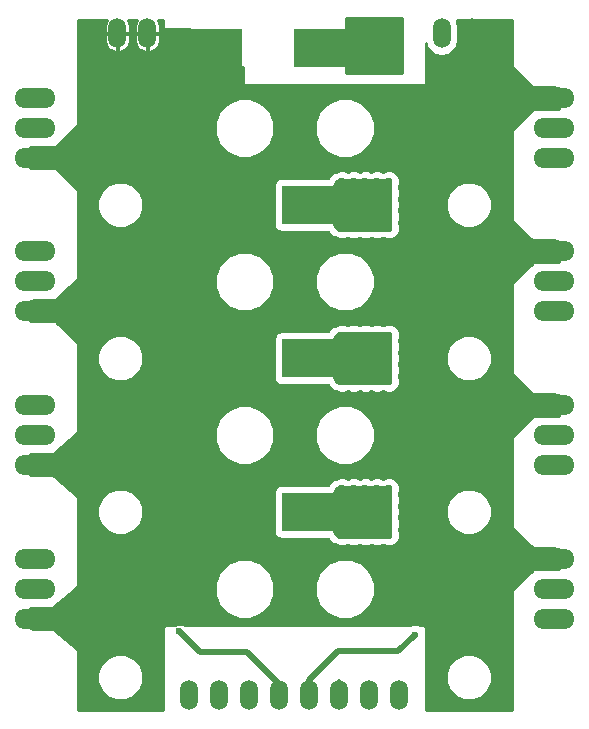
<source format=gbr>
G04 #@! TF.FileFunction,Copper,L2,Bot,Signal*
%FSLAX46Y46*%
G04 Gerber Fmt 4.6, Leading zero omitted, Abs format (unit mm)*
G04 Created by KiCad (PCBNEW 4.0.4-stable) date 01/02/18 12:20:26*
%MOMM*%
%LPD*%
G01*
G04 APERTURE LIST*
%ADD10C,0.100000*%
%ADD11O,3.500120X1.699260*%
%ADD12O,1.520000X2.520000*%
%ADD13R,4.500000X3.300000*%
%ADD14C,0.600000*%
%ADD15C,0.250000*%
%ADD16C,2.000000*%
%ADD17C,0.350000*%
%ADD18C,0.500000*%
%ADD19C,0.254000*%
G04 APERTURE END LIST*
D10*
D11*
X177000000Y-80000000D03*
X177000000Y-82540000D03*
X177000000Y-77460000D03*
X133000000Y-93000000D03*
X133000000Y-90460000D03*
X133000000Y-95540000D03*
X177000000Y-93000000D03*
X177000000Y-95540000D03*
X177000000Y-90460000D03*
X133000000Y-80000000D03*
X133000000Y-77460000D03*
X133000000Y-82540000D03*
D12*
X140000000Y-72000000D03*
X142540000Y-72000000D03*
X170000000Y-72000000D03*
X167460000Y-72000000D03*
D11*
X177000000Y-119000000D03*
X177000000Y-121540000D03*
X177000000Y-116460000D03*
X177000000Y-106000000D03*
X177000000Y-108540000D03*
X177000000Y-103460000D03*
X133000000Y-106000000D03*
X133000000Y-103460000D03*
X133000000Y-108540000D03*
X133000000Y-119000000D03*
X133000000Y-116460000D03*
X133000000Y-121540000D03*
D12*
X146100000Y-128000000D03*
X148640000Y-128000000D03*
X151180000Y-128000000D03*
X153720000Y-128000000D03*
X156260000Y-128000000D03*
X158800000Y-128000000D03*
X161340000Y-128000000D03*
X163880000Y-128000000D03*
D13*
X157150000Y-73250000D03*
X148350000Y-73250000D03*
X156150000Y-86500000D03*
X147350000Y-86500000D03*
X156150000Y-99500000D03*
X147350000Y-99500000D03*
X156150000Y-112500000D03*
X147350000Y-112500000D03*
D14*
X159000000Y-114500000D03*
X160000000Y-114500000D03*
X161000000Y-114500000D03*
X162000000Y-114500000D03*
X163000000Y-114500000D03*
X163000000Y-113500000D03*
X163000000Y-112500000D03*
X163000000Y-111500000D03*
X163000000Y-110500000D03*
X162000000Y-110500000D03*
X161000000Y-110500000D03*
X160000000Y-110500000D03*
X159000000Y-110500000D03*
X159000000Y-111500000D03*
X160000000Y-111500000D03*
X161000000Y-111500000D03*
X162000000Y-111500000D03*
X162000000Y-112500000D03*
X161000000Y-112500000D03*
X160000000Y-112500000D03*
X159000000Y-112500000D03*
X159000000Y-113500000D03*
X160000000Y-113500000D03*
X161000000Y-113500000D03*
X162000000Y-113500000D03*
X159000000Y-101500000D03*
X160000000Y-101500000D03*
X161000000Y-101500000D03*
X162000000Y-101500000D03*
X163000000Y-101500000D03*
X163000000Y-100500000D03*
X163000000Y-99500000D03*
X163000000Y-98500000D03*
X163000000Y-97500000D03*
X162000000Y-97500000D03*
X161000000Y-97500000D03*
X160000000Y-97500000D03*
X159000000Y-97500000D03*
X159000000Y-98500000D03*
X160000000Y-98500000D03*
X161000000Y-98500000D03*
X162000000Y-98500000D03*
X162000000Y-99500000D03*
X161000000Y-99500000D03*
X160000000Y-99500000D03*
X159000000Y-99500000D03*
X159000000Y-100500000D03*
X160000000Y-100500000D03*
X161000000Y-100500000D03*
X162000000Y-100500000D03*
X163000000Y-88500000D03*
X163000000Y-87500000D03*
X163000000Y-86500000D03*
X163000000Y-85500000D03*
X163000000Y-84500000D03*
X162000000Y-84500000D03*
X161000000Y-84500000D03*
X160000000Y-84500000D03*
X159000000Y-84500000D03*
X162000000Y-88500000D03*
X159000000Y-88500000D03*
X160000000Y-88500000D03*
X161000000Y-88500000D03*
X159000000Y-85500000D03*
X160000000Y-85500000D03*
X161000000Y-85500000D03*
X162000000Y-85500000D03*
X162000000Y-86500000D03*
X161000000Y-86500000D03*
X160000000Y-86500000D03*
X159000000Y-86500000D03*
X159000000Y-87500000D03*
X160000000Y-87500000D03*
X161000000Y-87500000D03*
X162000000Y-87500000D03*
X163750000Y-75000000D03*
X163750000Y-74000000D03*
X163750000Y-73000000D03*
X163750000Y-72000000D03*
X163750000Y-71000000D03*
X159750000Y-71000000D03*
X160750000Y-71000000D03*
X161750000Y-71000000D03*
X162750000Y-71000000D03*
X159750000Y-75000000D03*
X161750000Y-75000000D03*
X160750000Y-75000000D03*
X162750000Y-75000000D03*
X162750000Y-73000000D03*
X161750000Y-73000000D03*
X160750000Y-73000000D03*
X159750000Y-73000000D03*
X159750000Y-74000000D03*
X160750000Y-74000000D03*
X161750000Y-74000000D03*
X162750000Y-74000000D03*
X159750000Y-72000000D03*
X160750000Y-72000000D03*
X161750000Y-72000000D03*
X162750000Y-72000000D03*
X165200000Y-122900000D03*
X145200000Y-122600000D03*
D15*
X141000000Y-93000000D02*
X141900000Y-93000000D01*
X141000000Y-93000000D02*
X140100000Y-93000000D01*
X142000000Y-77500000D02*
X142900000Y-77500000D01*
X142000000Y-77500000D02*
X141100000Y-77500000D01*
X141000000Y-106100000D02*
X141900000Y-106100000D01*
X141000000Y-106100000D02*
X142000000Y-106100000D01*
X141000000Y-106100000D02*
X140100000Y-106100000D01*
X141000000Y-106100000D02*
X142000000Y-106100000D01*
X141000000Y-119100000D02*
X141900000Y-119100000D01*
X141000000Y-119100000D02*
X140100000Y-119100000D01*
X169000000Y-119100000D02*
X168100000Y-119100000D01*
X169000000Y-119100000D02*
X169900000Y-119100000D01*
X169000000Y-106100000D02*
X168100000Y-106100000D01*
X169000000Y-106100000D02*
X169900000Y-106100000D01*
X169000000Y-93100000D02*
X168100000Y-93100000D01*
X169000000Y-93100000D02*
X169900000Y-93100000D01*
X169000000Y-80000000D02*
X168100000Y-80000000D01*
X169000000Y-80000000D02*
X169900000Y-80000000D01*
D16*
X177000000Y-77460000D02*
X172290000Y-77460000D01*
X172290000Y-77460000D02*
X172250000Y-77500000D01*
X133000000Y-95540000D02*
X137460000Y-95540000D01*
X137460000Y-95540000D02*
X137500000Y-95500000D01*
X177000000Y-90460000D02*
X172540000Y-90460000D01*
X172540000Y-90460000D02*
X172500000Y-90500000D01*
X133000000Y-82540000D02*
X137710000Y-82540000D01*
X137710000Y-82540000D02*
X137750000Y-82500000D01*
D15*
X148350000Y-73250000D02*
X146000000Y-73250000D01*
X144750000Y-72000000D02*
X142540000Y-72000000D01*
X146000000Y-73250000D02*
X144750000Y-72000000D01*
D16*
X133000000Y-108540000D02*
X137210000Y-108540000D01*
X137210000Y-108540000D02*
X137250000Y-108500000D01*
X133000000Y-121540000D02*
X137960000Y-121540000D01*
X137960000Y-121540000D02*
X138000000Y-121500000D01*
X177000000Y-116460000D02*
X172290000Y-116460000D01*
X172290000Y-116460000D02*
X172250000Y-116500000D01*
X177000000Y-103460000D02*
X172460000Y-103460000D01*
X172460000Y-103460000D02*
X172250000Y-103250000D01*
D15*
X158500000Y-114500000D02*
X159000000Y-114500000D01*
X161000000Y-114500000D02*
X160000000Y-114500000D01*
X158500000Y-110500000D02*
X159000000Y-110500000D01*
X163000000Y-113500000D02*
X163000000Y-112500000D01*
X163000000Y-111500000D02*
X163000000Y-110500000D01*
X162000000Y-110500000D02*
X161000000Y-110500000D01*
X160000000Y-110500000D02*
X159000000Y-110500000D01*
X163000000Y-114500000D02*
X162000000Y-114500000D01*
X156150000Y-112500000D02*
X158000000Y-112500000D01*
X158000000Y-112500000D02*
X159000000Y-111500000D01*
X160000000Y-111500000D02*
X161000000Y-111500000D01*
X162000000Y-111500000D02*
X162000000Y-112500000D01*
X161000000Y-112500000D02*
X160000000Y-112500000D01*
X159000000Y-112500000D02*
X159000000Y-113500000D01*
X160000000Y-113500000D02*
X161000000Y-113500000D01*
X162000000Y-113500000D02*
X162000000Y-114500000D01*
X158500000Y-101500000D02*
X159000000Y-101500000D01*
X161000000Y-101500000D02*
X160000000Y-101500000D01*
X158500000Y-97500000D02*
X159000000Y-97500000D01*
X163000000Y-100500000D02*
X163000000Y-99500000D01*
X163000000Y-98500000D02*
X163000000Y-97500000D01*
X162000000Y-97500000D02*
X161000000Y-97500000D01*
X160000000Y-97500000D02*
X159000000Y-97500000D01*
X163000000Y-101500000D02*
X162000000Y-101500000D01*
X156150000Y-99500000D02*
X158000000Y-99500000D01*
X158000000Y-99500000D02*
X159000000Y-98500000D01*
X160000000Y-98500000D02*
X161000000Y-98500000D01*
X162000000Y-98500000D02*
X162000000Y-99500000D01*
X161000000Y-99500000D02*
X160000000Y-99500000D01*
X159000000Y-99500000D02*
X159000000Y-100500000D01*
X160000000Y-100500000D02*
X161000000Y-100500000D01*
X162000000Y-100500000D02*
X162000000Y-101500000D01*
X158500000Y-84500000D02*
X159000000Y-84500000D01*
X163000000Y-88500000D02*
X163000000Y-87500000D01*
X163000000Y-86500000D02*
X163000000Y-85500000D01*
X163000000Y-84500000D02*
X162000000Y-84500000D01*
X161000000Y-84500000D02*
X160000000Y-84500000D01*
X158500000Y-88500000D02*
X159000000Y-88500000D01*
X161000000Y-88500000D02*
X160000000Y-88500000D01*
X156150000Y-86250000D02*
X158250000Y-86250000D01*
X158250000Y-86250000D02*
X159000000Y-85500000D01*
X160000000Y-85500000D02*
X161000000Y-85500000D01*
X162000000Y-85500000D02*
X162000000Y-86500000D01*
X161000000Y-86500000D02*
X160000000Y-86500000D01*
X159000000Y-86500000D02*
X159000000Y-87500000D01*
X160000000Y-87500000D02*
X161000000Y-87500000D01*
X162000000Y-87500000D02*
X162000000Y-88500000D01*
D17*
X162750000Y-71000000D02*
X163750000Y-71000000D01*
X163750000Y-74000000D02*
X163750000Y-75000000D01*
X163750000Y-72000000D02*
X163750000Y-73000000D01*
X162750000Y-72000000D02*
X162750000Y-71000000D01*
X161750000Y-71000000D02*
X160750000Y-71000000D01*
D15*
X161750000Y-75000000D02*
X160750000Y-75000000D01*
X162750000Y-72000000D02*
X162750000Y-73000000D01*
X161750000Y-73000000D02*
X160750000Y-73000000D01*
X159750000Y-73000000D02*
X159750000Y-74000000D01*
X160750000Y-74000000D02*
X161750000Y-74000000D01*
X162750000Y-74000000D02*
X162750000Y-75000000D01*
X157150000Y-73500000D02*
X158250000Y-73500000D01*
X158250000Y-73500000D02*
X159750000Y-72000000D01*
X160750000Y-72000000D02*
X161750000Y-72000000D01*
D18*
X158800000Y-128000000D02*
X158800000Y-127200000D01*
X158800000Y-128000000D02*
X158800000Y-126950000D01*
X156260000Y-128000000D02*
X156260000Y-126740000D01*
X156260000Y-126740000D02*
X158700000Y-124300000D01*
X163800000Y-124300000D02*
X165200000Y-122900000D01*
X158700000Y-124300000D02*
X163800000Y-124300000D01*
X156260000Y-128000000D02*
X156260000Y-127490000D01*
X153720000Y-128000000D02*
X153720000Y-127120000D01*
X153720000Y-127120000D02*
X151000000Y-124400000D01*
X147000000Y-124400000D02*
X145200000Y-122600000D01*
X151000000Y-124400000D02*
X147000000Y-124400000D01*
X153720000Y-128000000D02*
X153720000Y-127220000D01*
X153720000Y-126970000D02*
X153720000Y-128000000D01*
X151180000Y-128000000D02*
X151180000Y-127430000D01*
D19*
G36*
X164123000Y-75373000D02*
X159377000Y-75373000D01*
X159377000Y-70710000D01*
X164123000Y-70710000D01*
X164123000Y-75373000D01*
X164123000Y-75373000D01*
G37*
X164123000Y-75373000D02*
X159377000Y-75373000D01*
X159377000Y-70710000D01*
X164123000Y-70710000D01*
X164123000Y-75373000D01*
G36*
X139002507Y-71059332D02*
X138909800Y-71474600D01*
X138909800Y-71974600D01*
X139974600Y-71974600D01*
X139974600Y-71954600D01*
X140025400Y-71954600D01*
X140025400Y-71974600D01*
X141090200Y-71974600D01*
X141090200Y-71474600D01*
X140997493Y-71059332D01*
X140869421Y-70877000D01*
X141670579Y-70877000D01*
X141542507Y-71059332D01*
X141449800Y-71474600D01*
X141449800Y-71974600D01*
X142514600Y-71974600D01*
X142514600Y-71954600D01*
X142565400Y-71954600D01*
X142565400Y-71974600D01*
X143630200Y-71974600D01*
X143630200Y-71474600D01*
X143537493Y-71059332D01*
X143409421Y-70877000D01*
X143873000Y-70877000D01*
X143873000Y-71500000D01*
X143883006Y-71549410D01*
X143911447Y-71591035D01*
X143953841Y-71618315D01*
X144000000Y-71627000D01*
X146123000Y-71627000D01*
X146123000Y-74750000D01*
X146133006Y-74799410D01*
X146161447Y-74841035D01*
X146203841Y-74868315D01*
X146250000Y-74877000D01*
X150623000Y-74877000D01*
X150623000Y-76250000D01*
X150633006Y-76299410D01*
X150661447Y-76341035D01*
X150703841Y-76368315D01*
X150750000Y-76377000D01*
X166000000Y-76377000D01*
X166049410Y-76366994D01*
X166091035Y-76338553D01*
X166118315Y-76296159D01*
X166127000Y-76250000D01*
X166127000Y-72848820D01*
X166171188Y-73070968D01*
X166473586Y-73523539D01*
X166926157Y-73825937D01*
X167460000Y-73932125D01*
X167993843Y-73825937D01*
X168446414Y-73523539D01*
X168748812Y-73070968D01*
X168855000Y-72537125D01*
X168855000Y-71462875D01*
X168748812Y-70929032D01*
X168714045Y-70877000D01*
X173373000Y-70877000D01*
X173373000Y-74750000D01*
X173383006Y-74799410D01*
X173410197Y-74839803D01*
X175160197Y-76589803D01*
X175202211Y-76617666D01*
X175250000Y-76627000D01*
X177373000Y-76627000D01*
X177373000Y-78373000D01*
X175250000Y-78373000D01*
X175200590Y-78383006D01*
X175160197Y-78410197D01*
X173410197Y-80160197D01*
X173382334Y-80202211D01*
X173373000Y-80250000D01*
X173373000Y-87750000D01*
X173383006Y-87799410D01*
X173410197Y-87839803D01*
X175160197Y-89589803D01*
X175202211Y-89617666D01*
X175250000Y-89627000D01*
X177373000Y-89627000D01*
X177373000Y-91373000D01*
X175250000Y-91373000D01*
X175200590Y-91383006D01*
X175160197Y-91410197D01*
X173410197Y-93160197D01*
X173382334Y-93202211D01*
X173373000Y-93250000D01*
X173373000Y-100750000D01*
X173383006Y-100799410D01*
X173410197Y-100839803D01*
X175160197Y-102589803D01*
X175202211Y-102617666D01*
X175250000Y-102627000D01*
X177373000Y-102627000D01*
X177373000Y-104373000D01*
X175250000Y-104373000D01*
X175200590Y-104383006D01*
X175160197Y-104410197D01*
X173410197Y-106160197D01*
X173382334Y-106202211D01*
X173373000Y-106250000D01*
X173373000Y-113750000D01*
X173383006Y-113799410D01*
X173410197Y-113839803D01*
X175160197Y-115589803D01*
X175202211Y-115617666D01*
X175250000Y-115627000D01*
X177373000Y-115627000D01*
X177373000Y-117373000D01*
X175250000Y-117373000D01*
X175200590Y-117383006D01*
X175160197Y-117410197D01*
X173410197Y-119160197D01*
X173382334Y-119202211D01*
X173373000Y-119250000D01*
X173373000Y-129290000D01*
X166127000Y-129290000D01*
X166127000Y-126883207D01*
X167814665Y-126883207D01*
X168108630Y-127594658D01*
X168652479Y-128139457D01*
X169363416Y-128434663D01*
X170133207Y-128435335D01*
X170844658Y-128141370D01*
X171389457Y-127597521D01*
X171684663Y-126886584D01*
X171685335Y-126116793D01*
X171391370Y-125405342D01*
X170847521Y-124860543D01*
X170136584Y-124565337D01*
X169366793Y-124564665D01*
X168655342Y-124858630D01*
X168110543Y-125402479D01*
X167815337Y-126113416D01*
X167814665Y-126883207D01*
X166127000Y-126883207D01*
X166127000Y-123105675D01*
X166134838Y-123086799D01*
X166135162Y-122714833D01*
X166127000Y-122695079D01*
X166127000Y-122250000D01*
X166116994Y-122200590D01*
X166088553Y-122158965D01*
X166046159Y-122131685D01*
X166000000Y-122123000D01*
X165745493Y-122123000D01*
X165730327Y-122107808D01*
X165386799Y-121965162D01*
X165014833Y-121964838D01*
X164671057Y-122106883D01*
X164654912Y-122123000D01*
X145845493Y-122123000D01*
X145830327Y-122107808D01*
X145486799Y-121965162D01*
X145114833Y-121964838D01*
X144771057Y-122106883D01*
X144754912Y-122123000D01*
X144000000Y-122123000D01*
X143950590Y-122133006D01*
X143908965Y-122161447D01*
X143881685Y-122203841D01*
X143873000Y-122250000D01*
X143873000Y-129290000D01*
X136627000Y-129290000D01*
X136627000Y-126883207D01*
X138314665Y-126883207D01*
X138608630Y-127594658D01*
X139152479Y-128139457D01*
X139863416Y-128434663D01*
X140633207Y-128435335D01*
X141344658Y-128141370D01*
X141889457Y-127597521D01*
X142184663Y-126886584D01*
X142185335Y-126116793D01*
X141891370Y-125405342D01*
X141347521Y-124860543D01*
X140636584Y-124565337D01*
X139866793Y-124564665D01*
X139155342Y-124858630D01*
X138610543Y-125402479D01*
X138315337Y-126113416D01*
X138314665Y-126883207D01*
X136627000Y-126883207D01*
X136627000Y-124250000D01*
X136616994Y-124200590D01*
X136583630Y-124154423D01*
X134583630Y-122404423D01*
X134539856Y-122379416D01*
X134500000Y-122373000D01*
X132627000Y-122373000D01*
X132627000Y-120627000D01*
X134500000Y-120627000D01*
X134549410Y-120616994D01*
X134583630Y-120595577D01*
X135833415Y-119502015D01*
X148228641Y-119502015D01*
X148613746Y-120434041D01*
X149326208Y-121147748D01*
X150257561Y-121534479D01*
X151266015Y-121535359D01*
X152198041Y-121150254D01*
X152911748Y-120437792D01*
X153298479Y-119506439D01*
X153298482Y-119502015D01*
X156700641Y-119502015D01*
X157085746Y-120434041D01*
X157798208Y-121147748D01*
X158729561Y-121534479D01*
X159738015Y-121535359D01*
X160670041Y-121150254D01*
X161383748Y-120437792D01*
X161770479Y-119506439D01*
X161771359Y-118497985D01*
X161386254Y-117565959D01*
X160673792Y-116852252D01*
X159742439Y-116465521D01*
X158733985Y-116464641D01*
X157801959Y-116849746D01*
X157088252Y-117562208D01*
X156701521Y-118493561D01*
X156700641Y-119502015D01*
X153298482Y-119502015D01*
X153299359Y-118497985D01*
X152914254Y-117565959D01*
X152201792Y-116852252D01*
X151270439Y-116465521D01*
X150261985Y-116464641D01*
X149329959Y-116849746D01*
X148616252Y-117562208D01*
X148229521Y-118493561D01*
X148228641Y-119502015D01*
X135833415Y-119502015D01*
X136583630Y-118845577D01*
X136614226Y-118805510D01*
X136627000Y-118750000D01*
X136627000Y-112883207D01*
X138314665Y-112883207D01*
X138608630Y-113594658D01*
X139152479Y-114139457D01*
X139863416Y-114434663D01*
X140633207Y-114435335D01*
X141344658Y-114141370D01*
X141889457Y-113597521D01*
X142184663Y-112886584D01*
X142185335Y-112116793D01*
X141891370Y-111405342D01*
X141347521Y-110860543D01*
X141322131Y-110850000D01*
X153252560Y-110850000D01*
X153252560Y-114150000D01*
X153296838Y-114385317D01*
X153435910Y-114601441D01*
X153648110Y-114746431D01*
X153900000Y-114797440D01*
X157802263Y-114797440D01*
X157962599Y-115037401D01*
X158209161Y-115202148D01*
X158422061Y-115244497D01*
X158469673Y-115292192D01*
X158813201Y-115434838D01*
X159185167Y-115435162D01*
X159500351Y-115304931D01*
X159813201Y-115434838D01*
X160185167Y-115435162D01*
X160500351Y-115304931D01*
X160813201Y-115434838D01*
X161185167Y-115435162D01*
X161500351Y-115304931D01*
X161813201Y-115434838D01*
X162185167Y-115435162D01*
X162500351Y-115304931D01*
X162813201Y-115434838D01*
X163185167Y-115435162D01*
X163528943Y-115293117D01*
X163792192Y-115030327D01*
X163934838Y-114686799D01*
X163935162Y-114314833D01*
X163804931Y-113999649D01*
X163934838Y-113686799D01*
X163935162Y-113314833D01*
X163804931Y-112999649D01*
X163853282Y-112883207D01*
X167814665Y-112883207D01*
X168108630Y-113594658D01*
X168652479Y-114139457D01*
X169363416Y-114434663D01*
X170133207Y-114435335D01*
X170844658Y-114141370D01*
X171389457Y-113597521D01*
X171684663Y-112886584D01*
X171685335Y-112116793D01*
X171391370Y-111405342D01*
X170847521Y-110860543D01*
X170136584Y-110565337D01*
X169366793Y-110564665D01*
X168655342Y-110858630D01*
X168110543Y-111402479D01*
X167815337Y-112113416D01*
X167814665Y-112883207D01*
X163853282Y-112883207D01*
X163934838Y-112686799D01*
X163935162Y-112314833D01*
X163804931Y-111999649D01*
X163934838Y-111686799D01*
X163935162Y-111314833D01*
X163804931Y-110999649D01*
X163934838Y-110686799D01*
X163935162Y-110314833D01*
X163793117Y-109971057D01*
X163530327Y-109707808D01*
X163186799Y-109565162D01*
X162814833Y-109564838D01*
X162499649Y-109695069D01*
X162186799Y-109565162D01*
X161814833Y-109564838D01*
X161499649Y-109695069D01*
X161186799Y-109565162D01*
X160814833Y-109564838D01*
X160499649Y-109695069D01*
X160186799Y-109565162D01*
X159814833Y-109564838D01*
X159499649Y-109695069D01*
X159186799Y-109565162D01*
X158814833Y-109564838D01*
X158471057Y-109706883D01*
X158422424Y-109755431D01*
X158209161Y-109797852D01*
X157962599Y-109962599D01*
X157802263Y-110202560D01*
X153900000Y-110202560D01*
X153664683Y-110246838D01*
X153448559Y-110385910D01*
X153303569Y-110598110D01*
X153252560Y-110850000D01*
X141322131Y-110850000D01*
X140636584Y-110565337D01*
X139866793Y-110564665D01*
X139155342Y-110858630D01*
X138610543Y-111402479D01*
X138315337Y-112113416D01*
X138314665Y-112883207D01*
X136627000Y-112883207D01*
X136627000Y-111250000D01*
X136616994Y-111200590D01*
X136583630Y-111154423D01*
X134583630Y-109404423D01*
X134539856Y-109379416D01*
X134500000Y-109373000D01*
X132627000Y-109373000D01*
X132627000Y-107627000D01*
X134500000Y-107627000D01*
X134549410Y-107616994D01*
X134583630Y-107595577D01*
X135833415Y-106502015D01*
X148228641Y-106502015D01*
X148613746Y-107434041D01*
X149326208Y-108147748D01*
X150257561Y-108534479D01*
X151266015Y-108535359D01*
X152198041Y-108150254D01*
X152911748Y-107437792D01*
X153298479Y-106506439D01*
X153298482Y-106502015D01*
X156700641Y-106502015D01*
X157085746Y-107434041D01*
X157798208Y-108147748D01*
X158729561Y-108534479D01*
X159738015Y-108535359D01*
X160670041Y-108150254D01*
X161383748Y-107437792D01*
X161770479Y-106506439D01*
X161771359Y-105497985D01*
X161386254Y-104565959D01*
X160673792Y-103852252D01*
X159742439Y-103465521D01*
X158733985Y-103464641D01*
X157801959Y-103849746D01*
X157088252Y-104562208D01*
X156701521Y-105493561D01*
X156700641Y-106502015D01*
X153298482Y-106502015D01*
X153299359Y-105497985D01*
X152914254Y-104565959D01*
X152201792Y-103852252D01*
X151270439Y-103465521D01*
X150261985Y-103464641D01*
X149329959Y-103849746D01*
X148616252Y-104562208D01*
X148229521Y-105493561D01*
X148228641Y-106502015D01*
X135833415Y-106502015D01*
X136583630Y-105845577D01*
X136614226Y-105805510D01*
X136627000Y-105750000D01*
X136627000Y-99883207D01*
X138314665Y-99883207D01*
X138608630Y-100594658D01*
X139152479Y-101139457D01*
X139863416Y-101434663D01*
X140633207Y-101435335D01*
X141344658Y-101141370D01*
X141889457Y-100597521D01*
X142184663Y-99886584D01*
X142185335Y-99116793D01*
X141891370Y-98405342D01*
X141347521Y-97860543D01*
X141322131Y-97850000D01*
X153252560Y-97850000D01*
X153252560Y-101150000D01*
X153296838Y-101385317D01*
X153435910Y-101601441D01*
X153648110Y-101746431D01*
X153900000Y-101797440D01*
X157802263Y-101797440D01*
X157962599Y-102037401D01*
X158209161Y-102202148D01*
X158422061Y-102244497D01*
X158469673Y-102292192D01*
X158813201Y-102434838D01*
X159185167Y-102435162D01*
X159500351Y-102304931D01*
X159813201Y-102434838D01*
X160185167Y-102435162D01*
X160500351Y-102304931D01*
X160813201Y-102434838D01*
X161185167Y-102435162D01*
X161500351Y-102304931D01*
X161813201Y-102434838D01*
X162185167Y-102435162D01*
X162500351Y-102304931D01*
X162813201Y-102434838D01*
X163185167Y-102435162D01*
X163528943Y-102293117D01*
X163792192Y-102030327D01*
X163934838Y-101686799D01*
X163935162Y-101314833D01*
X163804931Y-100999649D01*
X163934838Y-100686799D01*
X163935162Y-100314833D01*
X163804931Y-99999649D01*
X163853282Y-99883207D01*
X167814665Y-99883207D01*
X168108630Y-100594658D01*
X168652479Y-101139457D01*
X169363416Y-101434663D01*
X170133207Y-101435335D01*
X170844658Y-101141370D01*
X171389457Y-100597521D01*
X171684663Y-99886584D01*
X171685335Y-99116793D01*
X171391370Y-98405342D01*
X170847521Y-97860543D01*
X170136584Y-97565337D01*
X169366793Y-97564665D01*
X168655342Y-97858630D01*
X168110543Y-98402479D01*
X167815337Y-99113416D01*
X167814665Y-99883207D01*
X163853282Y-99883207D01*
X163934838Y-99686799D01*
X163935162Y-99314833D01*
X163804931Y-98999649D01*
X163934838Y-98686799D01*
X163935162Y-98314833D01*
X163804931Y-97999649D01*
X163934838Y-97686799D01*
X163935162Y-97314833D01*
X163793117Y-96971057D01*
X163530327Y-96707808D01*
X163186799Y-96565162D01*
X162814833Y-96564838D01*
X162499649Y-96695069D01*
X162186799Y-96565162D01*
X161814833Y-96564838D01*
X161499649Y-96695069D01*
X161186799Y-96565162D01*
X160814833Y-96564838D01*
X160499649Y-96695069D01*
X160186799Y-96565162D01*
X159814833Y-96564838D01*
X159499649Y-96695069D01*
X159186799Y-96565162D01*
X158814833Y-96564838D01*
X158471057Y-96706883D01*
X158422424Y-96755431D01*
X158209161Y-96797852D01*
X157962599Y-96962599D01*
X157802263Y-97202560D01*
X153900000Y-97202560D01*
X153664683Y-97246838D01*
X153448559Y-97385910D01*
X153303569Y-97598110D01*
X153252560Y-97850000D01*
X141322131Y-97850000D01*
X140636584Y-97565337D01*
X139866793Y-97564665D01*
X139155342Y-97858630D01*
X138610543Y-98402479D01*
X138315337Y-99113416D01*
X138314665Y-99883207D01*
X136627000Y-99883207D01*
X136627000Y-98250000D01*
X136616994Y-98200590D01*
X136589803Y-98160197D01*
X134839803Y-96410197D01*
X134797789Y-96382334D01*
X134750000Y-96373000D01*
X132627000Y-96373000D01*
X132627000Y-94627000D01*
X134750000Y-94627000D01*
X134799410Y-94616994D01*
X134839803Y-94589803D01*
X135927591Y-93502015D01*
X148228641Y-93502015D01*
X148613746Y-94434041D01*
X149326208Y-95147748D01*
X150257561Y-95534479D01*
X151266015Y-95535359D01*
X152198041Y-95150254D01*
X152911748Y-94437792D01*
X153298479Y-93506439D01*
X153298482Y-93502015D01*
X156700641Y-93502015D01*
X157085746Y-94434041D01*
X157798208Y-95147748D01*
X158729561Y-95534479D01*
X159738015Y-95535359D01*
X160670041Y-95150254D01*
X161383748Y-94437792D01*
X161770479Y-93506439D01*
X161771359Y-92497985D01*
X161386254Y-91565959D01*
X160673792Y-90852252D01*
X159742439Y-90465521D01*
X158733985Y-90464641D01*
X157801959Y-90849746D01*
X157088252Y-91562208D01*
X156701521Y-92493561D01*
X156700641Y-93502015D01*
X153298482Y-93502015D01*
X153299359Y-92497985D01*
X152914254Y-91565959D01*
X152201792Y-90852252D01*
X151270439Y-90465521D01*
X150261985Y-90464641D01*
X149329959Y-90849746D01*
X148616252Y-91562208D01*
X148229521Y-92493561D01*
X148228641Y-93502015D01*
X135927591Y-93502015D01*
X136589803Y-92839803D01*
X136617666Y-92797789D01*
X136627000Y-92750000D01*
X136627000Y-86883207D01*
X138314665Y-86883207D01*
X138608630Y-87594658D01*
X139152479Y-88139457D01*
X139863416Y-88434663D01*
X140633207Y-88435335D01*
X141344658Y-88141370D01*
X141889457Y-87597521D01*
X142184663Y-86886584D01*
X142185335Y-86116793D01*
X141891370Y-85405342D01*
X141347521Y-84860543D01*
X141322131Y-84850000D01*
X153252560Y-84850000D01*
X153252560Y-88150000D01*
X153296838Y-88385317D01*
X153435910Y-88601441D01*
X153648110Y-88746431D01*
X153900000Y-88797440D01*
X157802263Y-88797440D01*
X157962599Y-89037401D01*
X158209161Y-89202148D01*
X158422061Y-89244497D01*
X158469673Y-89292192D01*
X158813201Y-89434838D01*
X159185167Y-89435162D01*
X159500351Y-89304931D01*
X159813201Y-89434838D01*
X160185167Y-89435162D01*
X160500351Y-89304931D01*
X160813201Y-89434838D01*
X161185167Y-89435162D01*
X161500351Y-89304931D01*
X161813201Y-89434838D01*
X162185167Y-89435162D01*
X162500351Y-89304931D01*
X162813201Y-89434838D01*
X163185167Y-89435162D01*
X163528943Y-89293117D01*
X163792192Y-89030327D01*
X163934838Y-88686799D01*
X163935162Y-88314833D01*
X163804931Y-87999649D01*
X163934838Y-87686799D01*
X163935162Y-87314833D01*
X163804931Y-86999649D01*
X163853282Y-86883207D01*
X167814665Y-86883207D01*
X168108630Y-87594658D01*
X168652479Y-88139457D01*
X169363416Y-88434663D01*
X170133207Y-88435335D01*
X170844658Y-88141370D01*
X171389457Y-87597521D01*
X171684663Y-86886584D01*
X171685335Y-86116793D01*
X171391370Y-85405342D01*
X170847521Y-84860543D01*
X170136584Y-84565337D01*
X169366793Y-84564665D01*
X168655342Y-84858630D01*
X168110543Y-85402479D01*
X167815337Y-86113416D01*
X167814665Y-86883207D01*
X163853282Y-86883207D01*
X163934838Y-86686799D01*
X163935162Y-86314833D01*
X163804931Y-85999649D01*
X163934838Y-85686799D01*
X163935162Y-85314833D01*
X163804931Y-84999649D01*
X163934838Y-84686799D01*
X163935162Y-84314833D01*
X163793117Y-83971057D01*
X163530327Y-83707808D01*
X163186799Y-83565162D01*
X162814833Y-83564838D01*
X162499649Y-83695069D01*
X162186799Y-83565162D01*
X161814833Y-83564838D01*
X161499649Y-83695069D01*
X161186799Y-83565162D01*
X160814833Y-83564838D01*
X160499649Y-83695069D01*
X160186799Y-83565162D01*
X159814833Y-83564838D01*
X159499649Y-83695069D01*
X159186799Y-83565162D01*
X158814833Y-83564838D01*
X158471057Y-83706883D01*
X158422424Y-83755431D01*
X158209161Y-83797852D01*
X157962599Y-83962599D01*
X157802263Y-84202560D01*
X153900000Y-84202560D01*
X153664683Y-84246838D01*
X153448559Y-84385910D01*
X153303569Y-84598110D01*
X153252560Y-84850000D01*
X141322131Y-84850000D01*
X140636584Y-84565337D01*
X139866793Y-84564665D01*
X139155342Y-84858630D01*
X138610543Y-85402479D01*
X138315337Y-86113416D01*
X138314665Y-86883207D01*
X136627000Y-86883207D01*
X136627000Y-85250000D01*
X136616994Y-85200590D01*
X136589803Y-85160197D01*
X134839803Y-83410197D01*
X134797789Y-83382334D01*
X134750000Y-83373000D01*
X132627000Y-83373000D01*
X132627000Y-81627000D01*
X134750000Y-81627000D01*
X134799410Y-81616994D01*
X134839803Y-81589803D01*
X135927591Y-80502015D01*
X148228641Y-80502015D01*
X148613746Y-81434041D01*
X149326208Y-82147748D01*
X150257561Y-82534479D01*
X151266015Y-82535359D01*
X152198041Y-82150254D01*
X152911748Y-81437792D01*
X153298479Y-80506439D01*
X153298482Y-80502015D01*
X156700641Y-80502015D01*
X157085746Y-81434041D01*
X157798208Y-82147748D01*
X158729561Y-82534479D01*
X159738015Y-82535359D01*
X160670041Y-82150254D01*
X161383748Y-81437792D01*
X161770479Y-80506439D01*
X161771359Y-79497985D01*
X161386254Y-78565959D01*
X160673792Y-77852252D01*
X159742439Y-77465521D01*
X158733985Y-77464641D01*
X157801959Y-77849746D01*
X157088252Y-78562208D01*
X156701521Y-79493561D01*
X156700641Y-80502015D01*
X153298482Y-80502015D01*
X153299359Y-79497985D01*
X152914254Y-78565959D01*
X152201792Y-77852252D01*
X151270439Y-77465521D01*
X150261985Y-77464641D01*
X149329959Y-77849746D01*
X148616252Y-78562208D01*
X148229521Y-79493561D01*
X148228641Y-80502015D01*
X135927591Y-80502015D01*
X136589803Y-79839803D01*
X136617666Y-79797789D01*
X136627000Y-79750000D01*
X136627000Y-72025400D01*
X138909800Y-72025400D01*
X138909800Y-72525400D01*
X139002507Y-72940668D01*
X139247073Y-73288848D01*
X139606265Y-73516933D01*
X139804414Y-73572512D01*
X139974600Y-73507330D01*
X139974600Y-72025400D01*
X140025400Y-72025400D01*
X140025400Y-73507330D01*
X140195586Y-73572512D01*
X140393735Y-73516933D01*
X140752927Y-73288848D01*
X140997493Y-72940668D01*
X141090200Y-72525400D01*
X141090200Y-72025400D01*
X141449800Y-72025400D01*
X141449800Y-72525400D01*
X141542507Y-72940668D01*
X141787073Y-73288848D01*
X142146265Y-73516933D01*
X142344414Y-73572512D01*
X142514600Y-73507330D01*
X142514600Y-72025400D01*
X142565400Y-72025400D01*
X142565400Y-73507330D01*
X142735586Y-73572512D01*
X142933735Y-73516933D01*
X143292927Y-73288848D01*
X143537493Y-72940668D01*
X143630200Y-72525400D01*
X143630200Y-72025400D01*
X142565400Y-72025400D01*
X142514600Y-72025400D01*
X141449800Y-72025400D01*
X141090200Y-72025400D01*
X140025400Y-72025400D01*
X139974600Y-72025400D01*
X138909800Y-72025400D01*
X136627000Y-72025400D01*
X136627000Y-70877000D01*
X139130579Y-70877000D01*
X139002507Y-71059332D01*
X139002507Y-71059332D01*
G37*
X139002507Y-71059332D02*
X138909800Y-71474600D01*
X138909800Y-71974600D01*
X139974600Y-71974600D01*
X139974600Y-71954600D01*
X140025400Y-71954600D01*
X140025400Y-71974600D01*
X141090200Y-71974600D01*
X141090200Y-71474600D01*
X140997493Y-71059332D01*
X140869421Y-70877000D01*
X141670579Y-70877000D01*
X141542507Y-71059332D01*
X141449800Y-71474600D01*
X141449800Y-71974600D01*
X142514600Y-71974600D01*
X142514600Y-71954600D01*
X142565400Y-71954600D01*
X142565400Y-71974600D01*
X143630200Y-71974600D01*
X143630200Y-71474600D01*
X143537493Y-71059332D01*
X143409421Y-70877000D01*
X143873000Y-70877000D01*
X143873000Y-71500000D01*
X143883006Y-71549410D01*
X143911447Y-71591035D01*
X143953841Y-71618315D01*
X144000000Y-71627000D01*
X146123000Y-71627000D01*
X146123000Y-74750000D01*
X146133006Y-74799410D01*
X146161447Y-74841035D01*
X146203841Y-74868315D01*
X146250000Y-74877000D01*
X150623000Y-74877000D01*
X150623000Y-76250000D01*
X150633006Y-76299410D01*
X150661447Y-76341035D01*
X150703841Y-76368315D01*
X150750000Y-76377000D01*
X166000000Y-76377000D01*
X166049410Y-76366994D01*
X166091035Y-76338553D01*
X166118315Y-76296159D01*
X166127000Y-76250000D01*
X166127000Y-72848820D01*
X166171188Y-73070968D01*
X166473586Y-73523539D01*
X166926157Y-73825937D01*
X167460000Y-73932125D01*
X167993843Y-73825937D01*
X168446414Y-73523539D01*
X168748812Y-73070968D01*
X168855000Y-72537125D01*
X168855000Y-71462875D01*
X168748812Y-70929032D01*
X168714045Y-70877000D01*
X173373000Y-70877000D01*
X173373000Y-74750000D01*
X173383006Y-74799410D01*
X173410197Y-74839803D01*
X175160197Y-76589803D01*
X175202211Y-76617666D01*
X175250000Y-76627000D01*
X177373000Y-76627000D01*
X177373000Y-78373000D01*
X175250000Y-78373000D01*
X175200590Y-78383006D01*
X175160197Y-78410197D01*
X173410197Y-80160197D01*
X173382334Y-80202211D01*
X173373000Y-80250000D01*
X173373000Y-87750000D01*
X173383006Y-87799410D01*
X173410197Y-87839803D01*
X175160197Y-89589803D01*
X175202211Y-89617666D01*
X175250000Y-89627000D01*
X177373000Y-89627000D01*
X177373000Y-91373000D01*
X175250000Y-91373000D01*
X175200590Y-91383006D01*
X175160197Y-91410197D01*
X173410197Y-93160197D01*
X173382334Y-93202211D01*
X173373000Y-93250000D01*
X173373000Y-100750000D01*
X173383006Y-100799410D01*
X173410197Y-100839803D01*
X175160197Y-102589803D01*
X175202211Y-102617666D01*
X175250000Y-102627000D01*
X177373000Y-102627000D01*
X177373000Y-104373000D01*
X175250000Y-104373000D01*
X175200590Y-104383006D01*
X175160197Y-104410197D01*
X173410197Y-106160197D01*
X173382334Y-106202211D01*
X173373000Y-106250000D01*
X173373000Y-113750000D01*
X173383006Y-113799410D01*
X173410197Y-113839803D01*
X175160197Y-115589803D01*
X175202211Y-115617666D01*
X175250000Y-115627000D01*
X177373000Y-115627000D01*
X177373000Y-117373000D01*
X175250000Y-117373000D01*
X175200590Y-117383006D01*
X175160197Y-117410197D01*
X173410197Y-119160197D01*
X173382334Y-119202211D01*
X173373000Y-119250000D01*
X173373000Y-129290000D01*
X166127000Y-129290000D01*
X166127000Y-126883207D01*
X167814665Y-126883207D01*
X168108630Y-127594658D01*
X168652479Y-128139457D01*
X169363416Y-128434663D01*
X170133207Y-128435335D01*
X170844658Y-128141370D01*
X171389457Y-127597521D01*
X171684663Y-126886584D01*
X171685335Y-126116793D01*
X171391370Y-125405342D01*
X170847521Y-124860543D01*
X170136584Y-124565337D01*
X169366793Y-124564665D01*
X168655342Y-124858630D01*
X168110543Y-125402479D01*
X167815337Y-126113416D01*
X167814665Y-126883207D01*
X166127000Y-126883207D01*
X166127000Y-123105675D01*
X166134838Y-123086799D01*
X166135162Y-122714833D01*
X166127000Y-122695079D01*
X166127000Y-122250000D01*
X166116994Y-122200590D01*
X166088553Y-122158965D01*
X166046159Y-122131685D01*
X166000000Y-122123000D01*
X165745493Y-122123000D01*
X165730327Y-122107808D01*
X165386799Y-121965162D01*
X165014833Y-121964838D01*
X164671057Y-122106883D01*
X164654912Y-122123000D01*
X145845493Y-122123000D01*
X145830327Y-122107808D01*
X145486799Y-121965162D01*
X145114833Y-121964838D01*
X144771057Y-122106883D01*
X144754912Y-122123000D01*
X144000000Y-122123000D01*
X143950590Y-122133006D01*
X143908965Y-122161447D01*
X143881685Y-122203841D01*
X143873000Y-122250000D01*
X143873000Y-129290000D01*
X136627000Y-129290000D01*
X136627000Y-126883207D01*
X138314665Y-126883207D01*
X138608630Y-127594658D01*
X139152479Y-128139457D01*
X139863416Y-128434663D01*
X140633207Y-128435335D01*
X141344658Y-128141370D01*
X141889457Y-127597521D01*
X142184663Y-126886584D01*
X142185335Y-126116793D01*
X141891370Y-125405342D01*
X141347521Y-124860543D01*
X140636584Y-124565337D01*
X139866793Y-124564665D01*
X139155342Y-124858630D01*
X138610543Y-125402479D01*
X138315337Y-126113416D01*
X138314665Y-126883207D01*
X136627000Y-126883207D01*
X136627000Y-124250000D01*
X136616994Y-124200590D01*
X136583630Y-124154423D01*
X134583630Y-122404423D01*
X134539856Y-122379416D01*
X134500000Y-122373000D01*
X132627000Y-122373000D01*
X132627000Y-120627000D01*
X134500000Y-120627000D01*
X134549410Y-120616994D01*
X134583630Y-120595577D01*
X135833415Y-119502015D01*
X148228641Y-119502015D01*
X148613746Y-120434041D01*
X149326208Y-121147748D01*
X150257561Y-121534479D01*
X151266015Y-121535359D01*
X152198041Y-121150254D01*
X152911748Y-120437792D01*
X153298479Y-119506439D01*
X153298482Y-119502015D01*
X156700641Y-119502015D01*
X157085746Y-120434041D01*
X157798208Y-121147748D01*
X158729561Y-121534479D01*
X159738015Y-121535359D01*
X160670041Y-121150254D01*
X161383748Y-120437792D01*
X161770479Y-119506439D01*
X161771359Y-118497985D01*
X161386254Y-117565959D01*
X160673792Y-116852252D01*
X159742439Y-116465521D01*
X158733985Y-116464641D01*
X157801959Y-116849746D01*
X157088252Y-117562208D01*
X156701521Y-118493561D01*
X156700641Y-119502015D01*
X153298482Y-119502015D01*
X153299359Y-118497985D01*
X152914254Y-117565959D01*
X152201792Y-116852252D01*
X151270439Y-116465521D01*
X150261985Y-116464641D01*
X149329959Y-116849746D01*
X148616252Y-117562208D01*
X148229521Y-118493561D01*
X148228641Y-119502015D01*
X135833415Y-119502015D01*
X136583630Y-118845577D01*
X136614226Y-118805510D01*
X136627000Y-118750000D01*
X136627000Y-112883207D01*
X138314665Y-112883207D01*
X138608630Y-113594658D01*
X139152479Y-114139457D01*
X139863416Y-114434663D01*
X140633207Y-114435335D01*
X141344658Y-114141370D01*
X141889457Y-113597521D01*
X142184663Y-112886584D01*
X142185335Y-112116793D01*
X141891370Y-111405342D01*
X141347521Y-110860543D01*
X141322131Y-110850000D01*
X153252560Y-110850000D01*
X153252560Y-114150000D01*
X153296838Y-114385317D01*
X153435910Y-114601441D01*
X153648110Y-114746431D01*
X153900000Y-114797440D01*
X157802263Y-114797440D01*
X157962599Y-115037401D01*
X158209161Y-115202148D01*
X158422061Y-115244497D01*
X158469673Y-115292192D01*
X158813201Y-115434838D01*
X159185167Y-115435162D01*
X159500351Y-115304931D01*
X159813201Y-115434838D01*
X160185167Y-115435162D01*
X160500351Y-115304931D01*
X160813201Y-115434838D01*
X161185167Y-115435162D01*
X161500351Y-115304931D01*
X161813201Y-115434838D01*
X162185167Y-115435162D01*
X162500351Y-115304931D01*
X162813201Y-115434838D01*
X163185167Y-115435162D01*
X163528943Y-115293117D01*
X163792192Y-115030327D01*
X163934838Y-114686799D01*
X163935162Y-114314833D01*
X163804931Y-113999649D01*
X163934838Y-113686799D01*
X163935162Y-113314833D01*
X163804931Y-112999649D01*
X163853282Y-112883207D01*
X167814665Y-112883207D01*
X168108630Y-113594658D01*
X168652479Y-114139457D01*
X169363416Y-114434663D01*
X170133207Y-114435335D01*
X170844658Y-114141370D01*
X171389457Y-113597521D01*
X171684663Y-112886584D01*
X171685335Y-112116793D01*
X171391370Y-111405342D01*
X170847521Y-110860543D01*
X170136584Y-110565337D01*
X169366793Y-110564665D01*
X168655342Y-110858630D01*
X168110543Y-111402479D01*
X167815337Y-112113416D01*
X167814665Y-112883207D01*
X163853282Y-112883207D01*
X163934838Y-112686799D01*
X163935162Y-112314833D01*
X163804931Y-111999649D01*
X163934838Y-111686799D01*
X163935162Y-111314833D01*
X163804931Y-110999649D01*
X163934838Y-110686799D01*
X163935162Y-110314833D01*
X163793117Y-109971057D01*
X163530327Y-109707808D01*
X163186799Y-109565162D01*
X162814833Y-109564838D01*
X162499649Y-109695069D01*
X162186799Y-109565162D01*
X161814833Y-109564838D01*
X161499649Y-109695069D01*
X161186799Y-109565162D01*
X160814833Y-109564838D01*
X160499649Y-109695069D01*
X160186799Y-109565162D01*
X159814833Y-109564838D01*
X159499649Y-109695069D01*
X159186799Y-109565162D01*
X158814833Y-109564838D01*
X158471057Y-109706883D01*
X158422424Y-109755431D01*
X158209161Y-109797852D01*
X157962599Y-109962599D01*
X157802263Y-110202560D01*
X153900000Y-110202560D01*
X153664683Y-110246838D01*
X153448559Y-110385910D01*
X153303569Y-110598110D01*
X153252560Y-110850000D01*
X141322131Y-110850000D01*
X140636584Y-110565337D01*
X139866793Y-110564665D01*
X139155342Y-110858630D01*
X138610543Y-111402479D01*
X138315337Y-112113416D01*
X138314665Y-112883207D01*
X136627000Y-112883207D01*
X136627000Y-111250000D01*
X136616994Y-111200590D01*
X136583630Y-111154423D01*
X134583630Y-109404423D01*
X134539856Y-109379416D01*
X134500000Y-109373000D01*
X132627000Y-109373000D01*
X132627000Y-107627000D01*
X134500000Y-107627000D01*
X134549410Y-107616994D01*
X134583630Y-107595577D01*
X135833415Y-106502015D01*
X148228641Y-106502015D01*
X148613746Y-107434041D01*
X149326208Y-108147748D01*
X150257561Y-108534479D01*
X151266015Y-108535359D01*
X152198041Y-108150254D01*
X152911748Y-107437792D01*
X153298479Y-106506439D01*
X153298482Y-106502015D01*
X156700641Y-106502015D01*
X157085746Y-107434041D01*
X157798208Y-108147748D01*
X158729561Y-108534479D01*
X159738015Y-108535359D01*
X160670041Y-108150254D01*
X161383748Y-107437792D01*
X161770479Y-106506439D01*
X161771359Y-105497985D01*
X161386254Y-104565959D01*
X160673792Y-103852252D01*
X159742439Y-103465521D01*
X158733985Y-103464641D01*
X157801959Y-103849746D01*
X157088252Y-104562208D01*
X156701521Y-105493561D01*
X156700641Y-106502015D01*
X153298482Y-106502015D01*
X153299359Y-105497985D01*
X152914254Y-104565959D01*
X152201792Y-103852252D01*
X151270439Y-103465521D01*
X150261985Y-103464641D01*
X149329959Y-103849746D01*
X148616252Y-104562208D01*
X148229521Y-105493561D01*
X148228641Y-106502015D01*
X135833415Y-106502015D01*
X136583630Y-105845577D01*
X136614226Y-105805510D01*
X136627000Y-105750000D01*
X136627000Y-99883207D01*
X138314665Y-99883207D01*
X138608630Y-100594658D01*
X139152479Y-101139457D01*
X139863416Y-101434663D01*
X140633207Y-101435335D01*
X141344658Y-101141370D01*
X141889457Y-100597521D01*
X142184663Y-99886584D01*
X142185335Y-99116793D01*
X141891370Y-98405342D01*
X141347521Y-97860543D01*
X141322131Y-97850000D01*
X153252560Y-97850000D01*
X153252560Y-101150000D01*
X153296838Y-101385317D01*
X153435910Y-101601441D01*
X153648110Y-101746431D01*
X153900000Y-101797440D01*
X157802263Y-101797440D01*
X157962599Y-102037401D01*
X158209161Y-102202148D01*
X158422061Y-102244497D01*
X158469673Y-102292192D01*
X158813201Y-102434838D01*
X159185167Y-102435162D01*
X159500351Y-102304931D01*
X159813201Y-102434838D01*
X160185167Y-102435162D01*
X160500351Y-102304931D01*
X160813201Y-102434838D01*
X161185167Y-102435162D01*
X161500351Y-102304931D01*
X161813201Y-102434838D01*
X162185167Y-102435162D01*
X162500351Y-102304931D01*
X162813201Y-102434838D01*
X163185167Y-102435162D01*
X163528943Y-102293117D01*
X163792192Y-102030327D01*
X163934838Y-101686799D01*
X163935162Y-101314833D01*
X163804931Y-100999649D01*
X163934838Y-100686799D01*
X163935162Y-100314833D01*
X163804931Y-99999649D01*
X163853282Y-99883207D01*
X167814665Y-99883207D01*
X168108630Y-100594658D01*
X168652479Y-101139457D01*
X169363416Y-101434663D01*
X170133207Y-101435335D01*
X170844658Y-101141370D01*
X171389457Y-100597521D01*
X171684663Y-99886584D01*
X171685335Y-99116793D01*
X171391370Y-98405342D01*
X170847521Y-97860543D01*
X170136584Y-97565337D01*
X169366793Y-97564665D01*
X168655342Y-97858630D01*
X168110543Y-98402479D01*
X167815337Y-99113416D01*
X167814665Y-99883207D01*
X163853282Y-99883207D01*
X163934838Y-99686799D01*
X163935162Y-99314833D01*
X163804931Y-98999649D01*
X163934838Y-98686799D01*
X163935162Y-98314833D01*
X163804931Y-97999649D01*
X163934838Y-97686799D01*
X163935162Y-97314833D01*
X163793117Y-96971057D01*
X163530327Y-96707808D01*
X163186799Y-96565162D01*
X162814833Y-96564838D01*
X162499649Y-96695069D01*
X162186799Y-96565162D01*
X161814833Y-96564838D01*
X161499649Y-96695069D01*
X161186799Y-96565162D01*
X160814833Y-96564838D01*
X160499649Y-96695069D01*
X160186799Y-96565162D01*
X159814833Y-96564838D01*
X159499649Y-96695069D01*
X159186799Y-96565162D01*
X158814833Y-96564838D01*
X158471057Y-96706883D01*
X158422424Y-96755431D01*
X158209161Y-96797852D01*
X157962599Y-96962599D01*
X157802263Y-97202560D01*
X153900000Y-97202560D01*
X153664683Y-97246838D01*
X153448559Y-97385910D01*
X153303569Y-97598110D01*
X153252560Y-97850000D01*
X141322131Y-97850000D01*
X140636584Y-97565337D01*
X139866793Y-97564665D01*
X139155342Y-97858630D01*
X138610543Y-98402479D01*
X138315337Y-99113416D01*
X138314665Y-99883207D01*
X136627000Y-99883207D01*
X136627000Y-98250000D01*
X136616994Y-98200590D01*
X136589803Y-98160197D01*
X134839803Y-96410197D01*
X134797789Y-96382334D01*
X134750000Y-96373000D01*
X132627000Y-96373000D01*
X132627000Y-94627000D01*
X134750000Y-94627000D01*
X134799410Y-94616994D01*
X134839803Y-94589803D01*
X135927591Y-93502015D01*
X148228641Y-93502015D01*
X148613746Y-94434041D01*
X149326208Y-95147748D01*
X150257561Y-95534479D01*
X151266015Y-95535359D01*
X152198041Y-95150254D01*
X152911748Y-94437792D01*
X153298479Y-93506439D01*
X153298482Y-93502015D01*
X156700641Y-93502015D01*
X157085746Y-94434041D01*
X157798208Y-95147748D01*
X158729561Y-95534479D01*
X159738015Y-95535359D01*
X160670041Y-95150254D01*
X161383748Y-94437792D01*
X161770479Y-93506439D01*
X161771359Y-92497985D01*
X161386254Y-91565959D01*
X160673792Y-90852252D01*
X159742439Y-90465521D01*
X158733985Y-90464641D01*
X157801959Y-90849746D01*
X157088252Y-91562208D01*
X156701521Y-92493561D01*
X156700641Y-93502015D01*
X153298482Y-93502015D01*
X153299359Y-92497985D01*
X152914254Y-91565959D01*
X152201792Y-90852252D01*
X151270439Y-90465521D01*
X150261985Y-90464641D01*
X149329959Y-90849746D01*
X148616252Y-91562208D01*
X148229521Y-92493561D01*
X148228641Y-93502015D01*
X135927591Y-93502015D01*
X136589803Y-92839803D01*
X136617666Y-92797789D01*
X136627000Y-92750000D01*
X136627000Y-86883207D01*
X138314665Y-86883207D01*
X138608630Y-87594658D01*
X139152479Y-88139457D01*
X139863416Y-88434663D01*
X140633207Y-88435335D01*
X141344658Y-88141370D01*
X141889457Y-87597521D01*
X142184663Y-86886584D01*
X142185335Y-86116793D01*
X141891370Y-85405342D01*
X141347521Y-84860543D01*
X141322131Y-84850000D01*
X153252560Y-84850000D01*
X153252560Y-88150000D01*
X153296838Y-88385317D01*
X153435910Y-88601441D01*
X153648110Y-88746431D01*
X153900000Y-88797440D01*
X157802263Y-88797440D01*
X157962599Y-89037401D01*
X158209161Y-89202148D01*
X158422061Y-89244497D01*
X158469673Y-89292192D01*
X158813201Y-89434838D01*
X159185167Y-89435162D01*
X159500351Y-89304931D01*
X159813201Y-89434838D01*
X160185167Y-89435162D01*
X160500351Y-89304931D01*
X160813201Y-89434838D01*
X161185167Y-89435162D01*
X161500351Y-89304931D01*
X161813201Y-89434838D01*
X162185167Y-89435162D01*
X162500351Y-89304931D01*
X162813201Y-89434838D01*
X163185167Y-89435162D01*
X163528943Y-89293117D01*
X163792192Y-89030327D01*
X163934838Y-88686799D01*
X163935162Y-88314833D01*
X163804931Y-87999649D01*
X163934838Y-87686799D01*
X163935162Y-87314833D01*
X163804931Y-86999649D01*
X163853282Y-86883207D01*
X167814665Y-86883207D01*
X168108630Y-87594658D01*
X168652479Y-88139457D01*
X169363416Y-88434663D01*
X170133207Y-88435335D01*
X170844658Y-88141370D01*
X171389457Y-87597521D01*
X171684663Y-86886584D01*
X171685335Y-86116793D01*
X171391370Y-85405342D01*
X170847521Y-84860543D01*
X170136584Y-84565337D01*
X169366793Y-84564665D01*
X168655342Y-84858630D01*
X168110543Y-85402479D01*
X167815337Y-86113416D01*
X167814665Y-86883207D01*
X163853282Y-86883207D01*
X163934838Y-86686799D01*
X163935162Y-86314833D01*
X163804931Y-85999649D01*
X163934838Y-85686799D01*
X163935162Y-85314833D01*
X163804931Y-84999649D01*
X163934838Y-84686799D01*
X163935162Y-84314833D01*
X163793117Y-83971057D01*
X163530327Y-83707808D01*
X163186799Y-83565162D01*
X162814833Y-83564838D01*
X162499649Y-83695069D01*
X162186799Y-83565162D01*
X161814833Y-83564838D01*
X161499649Y-83695069D01*
X161186799Y-83565162D01*
X160814833Y-83564838D01*
X160499649Y-83695069D01*
X160186799Y-83565162D01*
X159814833Y-83564838D01*
X159499649Y-83695069D01*
X159186799Y-83565162D01*
X158814833Y-83564838D01*
X158471057Y-83706883D01*
X158422424Y-83755431D01*
X158209161Y-83797852D01*
X157962599Y-83962599D01*
X157802263Y-84202560D01*
X153900000Y-84202560D01*
X153664683Y-84246838D01*
X153448559Y-84385910D01*
X153303569Y-84598110D01*
X153252560Y-84850000D01*
X141322131Y-84850000D01*
X140636584Y-84565337D01*
X139866793Y-84564665D01*
X139155342Y-84858630D01*
X138610543Y-85402479D01*
X138315337Y-86113416D01*
X138314665Y-86883207D01*
X136627000Y-86883207D01*
X136627000Y-85250000D01*
X136616994Y-85200590D01*
X136589803Y-85160197D01*
X134839803Y-83410197D01*
X134797789Y-83382334D01*
X134750000Y-83373000D01*
X132627000Y-83373000D01*
X132627000Y-81627000D01*
X134750000Y-81627000D01*
X134799410Y-81616994D01*
X134839803Y-81589803D01*
X135927591Y-80502015D01*
X148228641Y-80502015D01*
X148613746Y-81434041D01*
X149326208Y-82147748D01*
X150257561Y-82534479D01*
X151266015Y-82535359D01*
X152198041Y-82150254D01*
X152911748Y-81437792D01*
X153298479Y-80506439D01*
X153298482Y-80502015D01*
X156700641Y-80502015D01*
X157085746Y-81434041D01*
X157798208Y-82147748D01*
X158729561Y-82534479D01*
X159738015Y-82535359D01*
X160670041Y-82150254D01*
X161383748Y-81437792D01*
X161770479Y-80506439D01*
X161771359Y-79497985D01*
X161386254Y-78565959D01*
X160673792Y-77852252D01*
X159742439Y-77465521D01*
X158733985Y-77464641D01*
X157801959Y-77849746D01*
X157088252Y-78562208D01*
X156701521Y-79493561D01*
X156700641Y-80502015D01*
X153298482Y-80502015D01*
X153299359Y-79497985D01*
X152914254Y-78565959D01*
X152201792Y-77852252D01*
X151270439Y-77465521D01*
X150261985Y-77464641D01*
X149329959Y-77849746D01*
X148616252Y-78562208D01*
X148229521Y-79493561D01*
X148228641Y-80502015D01*
X135927591Y-80502015D01*
X136589803Y-79839803D01*
X136617666Y-79797789D01*
X136627000Y-79750000D01*
X136627000Y-72025400D01*
X138909800Y-72025400D01*
X138909800Y-72525400D01*
X139002507Y-72940668D01*
X139247073Y-73288848D01*
X139606265Y-73516933D01*
X139804414Y-73572512D01*
X139974600Y-73507330D01*
X139974600Y-72025400D01*
X140025400Y-72025400D01*
X140025400Y-73507330D01*
X140195586Y-73572512D01*
X140393735Y-73516933D01*
X140752927Y-73288848D01*
X140997493Y-72940668D01*
X141090200Y-72525400D01*
X141090200Y-72025400D01*
X141449800Y-72025400D01*
X141449800Y-72525400D01*
X141542507Y-72940668D01*
X141787073Y-73288848D01*
X142146265Y-73516933D01*
X142344414Y-73572512D01*
X142514600Y-73507330D01*
X142514600Y-72025400D01*
X142565400Y-72025400D01*
X142565400Y-73507330D01*
X142735586Y-73572512D01*
X142933735Y-73516933D01*
X143292927Y-73288848D01*
X143537493Y-72940668D01*
X143630200Y-72525400D01*
X143630200Y-72025400D01*
X142565400Y-72025400D01*
X142514600Y-72025400D01*
X141449800Y-72025400D01*
X141090200Y-72025400D01*
X140025400Y-72025400D01*
X139974600Y-72025400D01*
X138909800Y-72025400D01*
X136627000Y-72025400D01*
X136627000Y-70877000D01*
X139130579Y-70877000D01*
X139002507Y-71059332D01*
G36*
X163123000Y-101623000D02*
X158802606Y-101623000D01*
X158377000Y-101197394D01*
X158377000Y-97802606D01*
X158802606Y-97377000D01*
X163123000Y-97377000D01*
X163123000Y-101623000D01*
X163123000Y-101623000D01*
G37*
X163123000Y-101623000D02*
X158802606Y-101623000D01*
X158377000Y-101197394D01*
X158377000Y-97802606D01*
X158802606Y-97377000D01*
X163123000Y-97377000D01*
X163123000Y-101623000D01*
G36*
X163123000Y-114623000D02*
X158802606Y-114623000D01*
X158377000Y-114197394D01*
X158377000Y-110802606D01*
X158802606Y-110377000D01*
X163123000Y-110377000D01*
X163123000Y-114623000D01*
X163123000Y-114623000D01*
G37*
X163123000Y-114623000D02*
X158802606Y-114623000D01*
X158377000Y-114197394D01*
X158377000Y-110802606D01*
X158802606Y-110377000D01*
X163123000Y-110377000D01*
X163123000Y-114623000D01*
G36*
X163123000Y-88623000D02*
X158802606Y-88623000D01*
X158377000Y-88197394D01*
X158377000Y-84802606D01*
X158802606Y-84377000D01*
X163123000Y-84377000D01*
X163123000Y-88623000D01*
X163123000Y-88623000D01*
G37*
X163123000Y-88623000D02*
X158802606Y-88623000D01*
X158377000Y-88197394D01*
X158377000Y-84802606D01*
X158802606Y-84377000D01*
X163123000Y-84377000D01*
X163123000Y-88623000D01*
M02*

</source>
